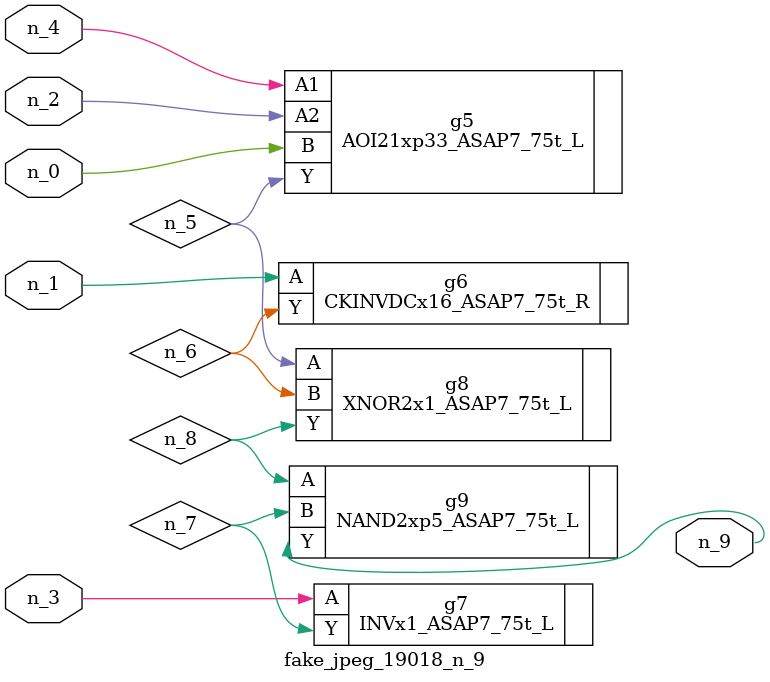
<source format=v>
module fake_jpeg_19018_n_9 (n_3, n_2, n_1, n_0, n_4, n_9);

input n_3;
input n_2;
input n_1;
input n_0;
input n_4;

output n_9;

wire n_8;
wire n_6;
wire n_5;
wire n_7;

AOI21xp33_ASAP7_75t_L g5 ( 
.A1(n_4),
.A2(n_2),
.B(n_0),
.Y(n_5)
);

CKINVDCx16_ASAP7_75t_R g6 ( 
.A(n_1),
.Y(n_6)
);

INVx1_ASAP7_75t_L g7 ( 
.A(n_3),
.Y(n_7)
);

XNOR2x1_ASAP7_75t_L g8 ( 
.A(n_5),
.B(n_6),
.Y(n_8)
);

NAND2xp5_ASAP7_75t_L g9 ( 
.A(n_8),
.B(n_7),
.Y(n_9)
);


endmodule
</source>
